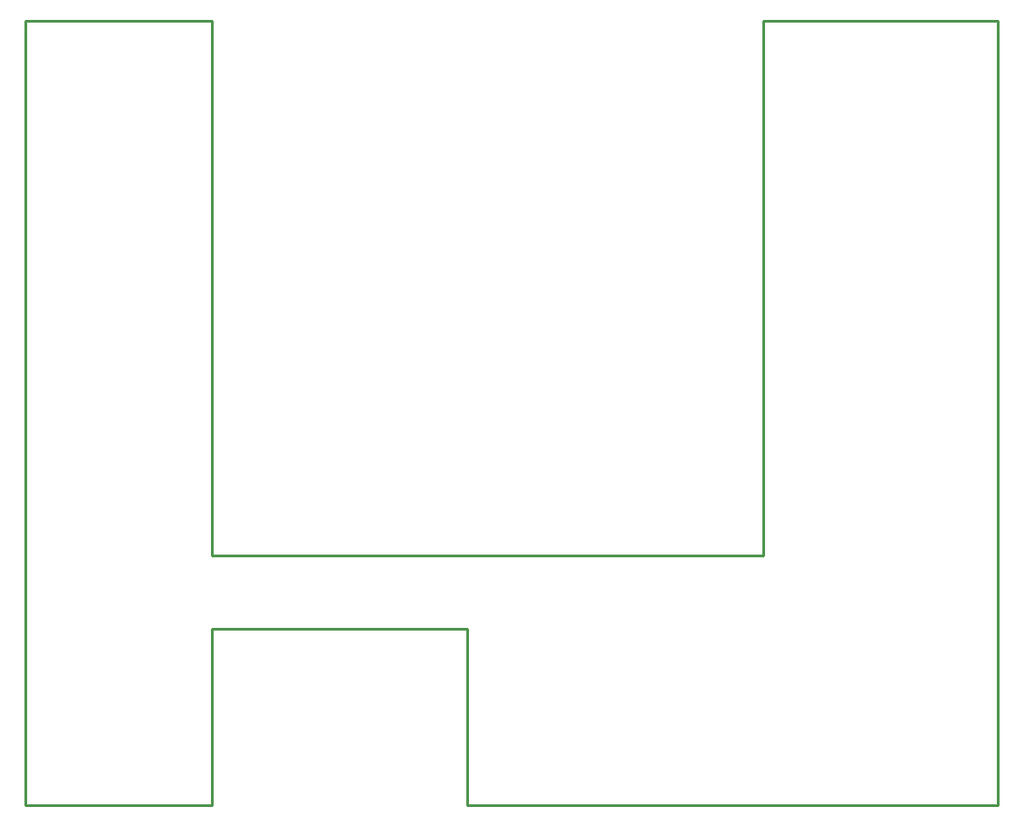
<source format=gko>
G04 start of page 4 for group 2 idx 2 *
G04 Title: (unknown), outline *
G04 Creator: pcb 1.99z *
G04 CreationDate: Sat 29 Oct 2016 01:04:35 AM GMT UTC *
G04 For: commonadmin *
G04 Format: Gerber/RS-274X *
G04 PCB-Dimensions (mil): 4000.00 3000.00 *
G04 PCB-Coordinate-Origin: lower left *
%MOIN*%
%FSLAX25Y25*%
%LNOUTLINE*%
%ADD61C,0.0100*%
G54D61*X361500Y8031D02*Y297031D01*
X275000D01*
Y100031D01*
X3500Y297031D02*Y8031D01*
X72000D01*
Y100031D02*Y297031D01*
X3500D02*X72000D01*
Y100031D02*X275000D01*
X361500Y8031D02*X166000D01*
X72000D02*Y73031D01*
X166000D01*
Y8031D01*
M02*

</source>
